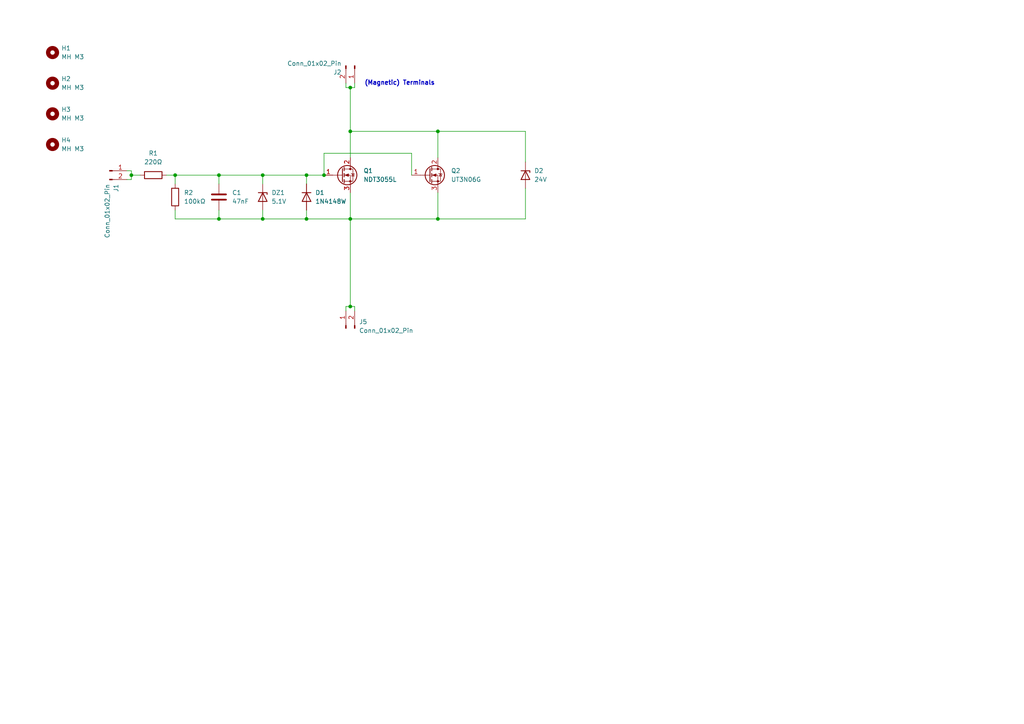
<source format=kicad_sch>
(kicad_sch (version 20250114) (generator "eeschema") (generator_version "9.0")
  (paper "A4")
  (lib_symbols
    (symbol "Connector:Conn_01x02_Pin" (pin_names (offset 1.016) (hide yes))
      (property "Reference" "J" (at 0 2.54 0))
      (property "Value" "Conn_01x02_Pin" (at 0 -5.08 0))
      (symbol "Conn_01x02_Pin_1_1"
        (rectangle (start 0.8636 0.127) (end 0 -0.127) (stroke (width 0.1524)) (fill (type outline)))
        (rectangle (start 0.8636 -2.413) (end 0 -2.667) (stroke (width 0.1524)) (fill (type outline)))
        (polyline (pts (xy 1.27 0) (xy 0.8636 0)) (stroke (width 0.1524)))
        (polyline (pts (xy 1.27 -2.54) (xy 0.8636 -2.54)) (stroke (width 0.1524)))
        (pin passive line (at 5.08 0 180) (length 3.81) (name "Pin_1") (number "1"))
        (pin passive line (at 5.08 -2.54 180) (length 3.81) (name "Pin_2") (number "2"))
      )
    )
    (symbol "Device:C" (pin_numbers (hide yes)) (pin_names (offset 0.254))
      (property "Reference" "C" (at 0.635 2.54 0))
      (property "Value" "C" (at 0.635 -2.54 0))
      (symbol "C_0_1"
        (polyline (pts (xy -2.032 0.762) (xy 2.032 0.762)) (stroke (width 0.508)))
        (polyline (pts (xy -2.032 -0.762) (xy 2.032 -0.762)) (stroke (width 0.508)))
      )
      (symbol "C_1_1"
        (pin passive line (at 0 3.81 270) (length 2.794) (name "~") (number "1"))
        (pin passive line (at 0 -3.81 90) (length 2.794) (name "~") (number "2"))
      )
    )
    (symbol "Device:D_Zener" (pin_numbers (hide yes)) (pin_names (offset 1.016) (hide yes))
      (property "Reference" "D" (at 0 2.54 0))
      (property "Value" "D_Zener" (at 0 -2.54 0))
      (symbol "D_Zener_0_1"
        (polyline (pts (xy -1.27 -1.27) (xy -1.27 1.27) (xy -0.762 1.27)) (stroke (width 0.254)))
        (polyline (pts (xy 1.27 0) (xy -1.27 0)))
        (polyline (pts (xy 1.27 -1.27) (xy 1.27 1.27) (xy -1.27 0) (xy 1.27 -1.27)) (stroke (width 0.254)))
      )
      (symbol "D_Zener_1_1"
        (pin passive line (at -3.81 0 0) (length 2.54) (name "K") (number "1"))
        (pin passive line (at 3.81 0 180) (length 2.54) (name "A") (number "2"))
      )
    )
    (symbol "Device:R" (pin_numbers (hide yes)) (pin_names (offset 0))
      (property "Reference" "R" (at 2.032 0 90))
      (property "Value" "R" (at 0 0 90))
      (symbol "R_0_1"
        (rectangle (start -1.016 -2.54) (end 1.016 2.54) (stroke (width 0.254)))
      )
      (symbol "R_1_1"
        (pin passive line (at 0 3.81 270) (length 1.27) (name "~") (number "1"))
        (pin passive line (at 0 -3.81 90) (length 1.27) (name "~") (number "2"))
      )
    )
    (symbol "Diode:1N4148W" (pin_numbers (hide yes)) (pin_names (hide yes))
      (property "Reference" "D" (at 0 2.54 0))
      (property "Value" "1N4148W" (at 0 -2.54 0))
      (symbol "1N4148W_0_1"
        (polyline (pts (xy -1.27 1.27) (xy -1.27 -1.27)) (stroke (width 0.254)))
        (polyline (pts (xy 1.27 1.27) (xy 1.27 -1.27) (xy -1.27 0) (xy 1.27 1.27)) (stroke (width 0.254)))
        (polyline (pts (xy 1.27 0) (xy -1.27 0)))
      )
      (symbol "1N4148W_1_1"
        (pin passive line (at -3.81 0 0) (length 2.54) (name "K") (number "1"))
        (pin passive line (at 3.81 0 180) (length 2.54) (name "A") (number "2"))
      )
    )
    (symbol "Mechanical:MountingHole" (pin_names (offset 1.016)) (exclude_from_sim yes) (in_bom no)
      (property "Reference" "H" (at 0 5.08 0))
      (property "Value" "MountingHole" (at 0 3.175 0))
      (symbol "MountingHole_0_1"
        (circle (center 0 0) (radius 1.27) (stroke (width 1.27)))
      )
    )
    (symbol "Transistor_FET:NDT3055L" (pin_names (hide yes))
      (property "Reference" "Q" (at 5.08 1.905 0))
      (property "Value" "NDT3055L" (at 5.08 0 0))
      (symbol "NDT3055L_0_1"
        (polyline (pts (xy 0.254 1.905) (xy 0.254 -1.905)) (stroke (width 0.254)))
        (polyline (pts (xy 0.254 0) (xy -2.54 0)))
        (polyline (pts (xy 0.762 2.286) (xy 0.762 1.27)) (stroke (width 0.254)))
        (polyline (pts (xy 0.762 0.508) (xy 0.762 -0.508)) (stroke (width 0.254)))
        (polyline (pts (xy 0.762 -1.27) (xy 0.762 -2.286)) (stroke (width 0.254)))
        (polyline (pts (xy 0.762 -1.778) (xy 3.302 -1.778) (xy 3.302 1.778) (xy 0.762 1.778)))
        (polyline (pts (xy 1.016 0) (xy 2.032 0.381) (xy 2.032 -0.381) (xy 1.016 0)) (fill (type outline)))
        (circle (center 1.651 0) (radius 2.794) (stroke (width 0.254)))
        (polyline (pts (xy 2.54 2.54) (xy 2.54 1.778)))
        (circle (center 2.54 1.778) (radius 0.254) (fill (type outline)))
        (circle (center 2.54 -1.778) (radius 0.254) (fill (type outline)))
        (polyline (pts (xy 2.54 -2.54) (xy 2.54 0) (xy 0.762 0)))
        (polyline (pts (xy 2.794 0.508) (xy 2.921 0.381) (xy 3.683 0.381) (xy 3.81 0.254)))
        (polyline (pts (xy 3.302 0.381) (xy 2.921 -0.254) (xy 3.683 -0.254) (xy 3.302 0.381)))
      )
      (symbol "NDT3055L_1_1"
        (pin input line (at -5.08 0 0) (length 2.54) (name "G") (number "1"))
        (pin passive line (at 2.54 5.08 270) (length 2.54) (name "D") (number "2"))
        (pin passive line (at 2.54 -5.08 90) (length 2.54) (name "S") (number "3"))
      )
    )
  )
  (text "(Magnetic) Terminals" (at 105.664 24.892 0) (effects (font (size 1.27 1.27) (thickness 0.254) (bold yes)) (justify left bottom)))
  (junction (at 76.2 63.5))
  (junction (at 101.6 38.1))
  (junction (at 38.1 50.8))
  (junction (at 101.6 25.4))
  (junction (at 76.2 50.8))
  (junction (at 88.9 50.8))
  (junction (at 63.5 50.8))
  (junction (at 101.6 88.9))
  (junction (at 63.5 63.5))
  (junction (at 127 63.5))
  (junction (at 88.9 63.5))
  (junction (at 127 38.1))
  (junction (at 101.6 63.5))
  (junction (at 93.98 50.8))
  (junction (at 50.8 50.8))
  (wire (pts (xy 127 55.88) (xy 127 63.5)))
  (wire (pts (xy 101.6 55.88) (xy 101.6 63.5)))
  (wire (pts (xy 101.6 25.4) (xy 101.6 38.1)))
  (wire (pts (xy 63.5 50.8) (xy 63.5 53.34)))
  (wire (pts (xy 88.9 60.96) (xy 88.9 63.5)))
  (wire (pts (xy 76.2 50.8) (xy 76.2 53.34)))
  (wire (pts (xy 100.33 25.4) (xy 101.6 25.4)))
  (wire (pts (xy 88.9 63.5) (xy 101.6 63.5)))
  (wire (pts (xy 152.4 54.61) (xy 152.4 63.5)))
  (wire (pts (xy 76.2 63.5) (xy 88.9 63.5)))
  (wire (pts (xy 119.38 50.8) (xy 119.38 44.45)))
  (wire (pts (xy 38.1 50.8) (xy 40.64 50.8)))
  (wire (pts (xy 50.8 50.8) (xy 63.5 50.8)))
  (wire (pts (xy 63.5 63.5) (xy 76.2 63.5)))
  (wire (pts (xy 63.5 50.8) (xy 76.2 50.8)))
  (wire (pts (xy 152.4 38.1) (xy 152.4 46.99)))
  (wire (pts (xy 102.87 25.4) (xy 102.87 24.13)))
  (wire (pts (xy 88.9 50.8) (xy 93.98 50.8)))
  (wire (pts (xy 101.6 63.5) (xy 101.6 88.9)))
  (wire (pts (xy 100.33 88.9) (xy 101.6 88.9)))
  (wire (pts (xy 127 38.1) (xy 127 45.72)))
  (wire (pts (xy 101.6 63.5) (xy 127 63.5)))
  (wire (pts (xy 119.38 44.45) (xy 93.98 44.45)))
  (wire (pts (xy 88.9 50.8) (xy 88.9 53.34)))
  (wire (pts (xy 127 63.5) (xy 152.4 63.5)))
  (wire (pts (xy 100.33 88.9) (xy 100.33 90.17)))
  (wire (pts (xy 38.1 52.07) (xy 36.83 52.07)))
  (wire (pts (xy 76.2 60.96) (xy 76.2 63.5)))
  (wire (pts (xy 50.8 50.8) (xy 50.8 53.34)))
  (wire (pts (xy 127 38.1) (xy 152.4 38.1)))
  (wire (pts (xy 63.5 60.96) (xy 63.5 63.5)))
  (wire (pts (xy 50.8 63.5) (xy 63.5 63.5)))
  (wire (pts (xy 38.1 49.53) (xy 36.83 49.53)))
  (wire (pts (xy 100.33 25.4) (xy 100.33 24.13)))
  (wire (pts (xy 50.8 60.96) (xy 50.8 63.5)))
  (wire (pts (xy 101.6 88.9) (xy 102.87 88.9)))
  (wire (pts (xy 48.26 50.8) (xy 50.8 50.8)))
  (wire (pts (xy 93.98 44.45) (xy 93.98 50.8)))
  (wire (pts (xy 101.6 38.1) (xy 127 38.1)))
  (wire (pts (xy 38.1 50.8) (xy 38.1 52.07)))
  (wire (pts (xy 38.1 49.53) (xy 38.1 50.8)))
  (wire (pts (xy 101.6 38.1) (xy 101.6 45.72)))
  (wire (pts (xy 101.6 25.4) (xy 102.87 25.4)))
  (wire (pts (xy 102.87 88.9) (xy 102.87 90.17)))
  (wire (pts (xy 76.2 50.8) (xy 88.9 50.8)))
  (symbol (lib_id "Device:R") (at 50.8 57.15 180) (unit 1)
    (property "Reference" "R2" (at 53.34 55.8799 0) (effects (justify right)))
    (property "Value" "100kΩ" (at 53.34 58.4199 0) (effects (justify right)))
    (property "Footprint" "Resistor_SMD:R_1206_3216Metric_Pad1.30x1.75mm_HandSolder" (effects (hide yes)))
    (property "Description" "Resistor" (effects (hide yes)))
    (property "LCSC" "C17900" (effects (hide yes)))
  )
  (symbol (lib_id "Mechanical:MountingHole") (at 15.24 41.91 0) (unit 1) (in_bom no)
    (property "Reference" "H4" (at 17.78 40.6399 0) (effects (justify left)))
    (property "Value" "MH M3" (at 17.78 43.1799 0) (effects (justify left)))
    (property "Footprint" "EASYEDA2KICAD:MountingHole_3.0mm_M3_tight" (effects (hide yes)))
    (property "Description" "Mounting Hole without connection" (effects (hide yes)))
  )
  (symbol (lib_id "Transistor_FET:NDT3055L") (at 99.06 50.8 0) (unit 1)
    (property "Reference" "Q1" (at 105.41 49.5299 0) (effects (justify left)))
    (property "Value" "NDT3055L" (at 105.41 52.0699 0) (effects (justify left)))
    (property "Footprint" "Package_TO_SOT_SMD:SOT-223-3_TabPin2" (effects (hide yes)))
    (property "Datasheet" "https://www.onsemi.com/pdf/datasheet/ndt3055l-d.pdf" (effects (hide yes)))
    (property "Description" "4A Id, 60V Vds, N-Channel Logic Level Enhancement Mode MOSFET, SOT-223" (effects (hide yes)))
    (property "LCSC" "C5354979" (effects (hide yes)))
  )
  (symbol (lib_id "Mechanical:MountingHole") (at 15.24 15.24 0) (unit 1) (in_bom no)
    (property "Reference" "H1" (at 17.78 13.9699 0) (effects (justify left)))
    (property "Value" "MH M3" (at 17.78 16.5099 0) (effects (justify left)))
    (property "Footprint" "EASYEDA2KICAD:MountingHole_3.0mm_M3_tight" (effects (hide yes)))
    (property "Description" "Mounting Hole without connection" (effects (hide yes)))
  )
  (symbol (lib_id "Device:D_Zener") (at 152.4 50.8 270) (unit 1)
    (property "Reference" "D2" (at 154.94 49.5299 90) (effects (justify left)))
    (property "Value" "24V" (at 154.94 52.0699 90) (effects (justify left)))
    (property "Footprint" "Diode_SMD:D_SMA" (effects (hide yes)))
    (property "Description" "Zener diode" (effects (hide yes)))
    (property "LCSC" "C155317" (effects (hide yes)))
  )
  (symbol (lib_id "Connector:Conn_01x02_Pin") (at 102.87 19.05 270) (unit 1)
    (property "Reference" "J2" (at 99.06 20.9551 90) (effects (justify right)))
    (property "Value" "Conn_01x02_Pin" (at 99.06 18.4151 90) (effects (justify right)))
    (property "Footprint" "EASYEDA2KICAD:Magnetic_Connector_1x02_P2.5mm_Horizontal_round-ears" (effects (hide yes)))
    (property "Description" "Generic connector, single row, 01x02, script generated" (effects (hide yes)))
  )
  (symbol (lib_id "Device:D_Zener") (at 76.2 57.15 270) (unit 1)
    (property "Reference" "DZ1" (at 78.74 55.8799 90) (effects (justify left)))
    (property "Value" "5.1V" (at 78.74 58.4199 90) (effects (justify left)))
    (property "Footprint" "Diode_SMD:Nexperia_CFP3_SOD-123W" (effects (hide yes)))
    (property "Description" "Zener diode" (effects (hide yes)))
    (property "LCSC" "C2827905" (effects (hide yes)))
  )
  (symbol (lib_id "Mechanical:MountingHole") (at 15.24 24.13 0) (unit 1) (in_bom no)
    (property "Reference" "H2" (at 17.78 22.8599 0) (effects (justify left)))
    (property "Value" "MH M3" (at 17.78 25.3999 0) (effects (justify left)))
    (property "Footprint" "EASYEDA2KICAD:MountingHole_3.0mm_M3_tight" (effects (hide yes)))
    (property "Description" "Mounting Hole without connection" (effects (hide yes)))
  )
  (symbol (lib_id "Transistor_FET:NDT3055L") (at 124.46 50.8 0) (unit 1)
    (property "Reference" "Q2" (at 130.81 49.5299 0) (effects (justify left)))
    (property "Value" "UT3N06G" (at 130.81 52.0699 0) (effects (justify left)))
    (property "Footprint" "Package_TO_SOT_SMD:SOT-89-3_Handsoldering" (effects (hide yes)))
    (property "LCSC" "C127044" (effects (hide yes)))
  )
  (symbol (lib_id "Connector:Conn_01x02_Pin") (at 31.75 49.53 0) (unit 1)
    (property "Reference" "J1" (at 33.6551 53.34 90) (effects (justify right)))
    (property "Value" "Conn_01x02_Pin" (at 31.1151 53.34 90) (effects (justify right)))
    (property "Footprint" "EASYEDA2KICAD:Magnetic_Connector_1x02_P2.5mm_Horizontal_round-ears" (effects (hide yes)))
    (property "Description" "Generic connector, single row, 01x02, script generated" (effects (hide yes)))
  )
  (symbol (lib_id "Connector:Conn_01x02_Pin") (at 100.33 95.25 90) (unit 1)
    (property "Reference" "J5" (at 104.14 93.3449 90) (effects (justify right)))
    (property "Value" "Conn_01x02_Pin" (at 104.14 95.8849 90) (effects (justify right)))
    (property "Footprint" "EASYEDA2KICAD:Magnetic_Connector_1x02_P2.5mm_Horizontal_round-ears" (effects (hide yes)))
    (property "Description" "Generic connector, single row, 01x02, script generated" (effects (hide yes)))
  )
  (symbol (lib_id "Device:C") (at 63.5 57.15 0) (unit 1)
    (property "Reference" "C1" (at 67.31 55.8799 0) (effects (justify left)))
    (property "Value" "47nF" (at 67.31 58.4199 0) (effects (justify left)))
    (property "Footprint" "Capacitor_SMD:C_1206_3216Metric_Pad1.33x1.80mm_HandSolder" (effects (hide yes)))
    (property "Description" "Unpolarized capacitor" (effects (hide yes)))
    (property "LCSC" "C303962" (effects (hide yes)))
  )
  (symbol (lib_id "Mechanical:MountingHole") (at 15.24 33.02 0) (unit 1) (in_bom no)
    (property "Reference" "H3" (at 17.78 31.7499 0) (effects (justify left)))
    (property "Value" "MH M3" (at 17.78 34.2899 0) (effects (justify left)))
    (property "Footprint" "EASYEDA2KICAD:MountingHole_3.0mm_M3_tight" (effects (hide yes)))
    (property "Description" "Mounting Hole without connection" (effects (hide yes)))
  )
  (symbol (lib_id "Device:R") (at 44.45 50.8 90) (unit 1)
    (property "Reference" "R1" (at 44.45 44.45 90))
    (property "Value" "220Ω" (at 44.45 46.99 90))
    (property "Footprint" "Resistor_SMD:R_1206_3216Metric_Pad1.30x1.75mm_HandSolder" (effects (hide yes)))
    (property "Description" "Resistor" (effects (hide yes)))
    (property "LCSC" "C17957" (effects (hide yes)))
  )
  (symbol (lib_id "Diode:1N4148W") (at 88.9 57.15 270) (unit 1)
    (property "Reference" "D1" (at 91.44 55.8799 90) (effects (justify left)))
    (property "Value" "1N4148W" (at 91.44 58.4199 90) (effects (justify left)))
    (property "Footprint" "Diode_SMD:Nexperia_CFP3_SOD-123W" (effects (hide yes)))
    (property "Datasheet" "https://www.vishay.com/docs/85748/1n4148w.pdf" (effects (hide yes)))
    (property "Description" "75V 0.15A Fast Switching Diode, SOD-123" (effects (hide yes)))
    (property "Sim.Device" "D" (effects (hide yes)))
    (property "Sim.Pins" "1=K 2=A" (effects (hide yes)))
    (property "LCSC" "C81598" (effects (hide yes)))
  )
)
</source>
